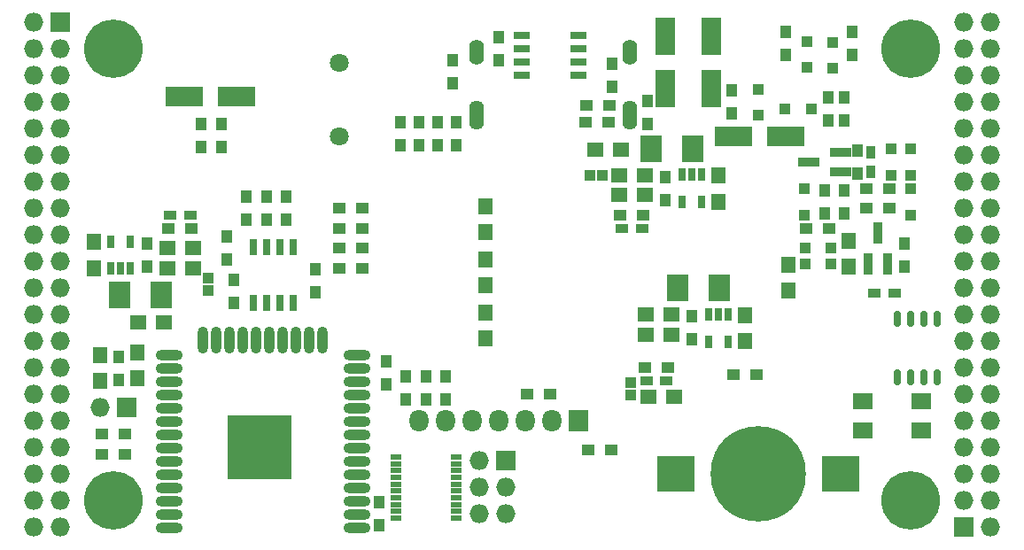
<source format=gbs>
G04 #@! TF.FileFunction,Soldermask,Bot*
%FSLAX46Y46*%
G04 Gerber Fmt 4.6, Leading zero omitted, Abs format (unit mm)*
G04 Created by KiCad (PCBNEW 4.0.7+dfsg1-1) date Thu Oct 12 22:02:37 2017*
%MOMM*%
%LPD*%
G01*
G04 APERTURE LIST*
%ADD10C,0.100000*%
%ADD11R,1.100000X1.100000*%
%ADD12O,2.600000X1.000000*%
%ADD13O,1.000000X2.600000*%
%ADD14R,6.100000X6.100000*%
%ADD15R,1.900000X3.600000*%
%ADD16R,1.000000X1.300000*%
%ADD17R,2.100000X2.600000*%
%ADD18R,0.800000X1.300000*%
%ADD19R,1.350000X1.600000*%
%ADD20R,1.600000X1.350000*%
%ADD21O,0.709600X1.573200*%
%ADD22R,0.900000X2.000000*%
%ADD23R,2.000000X0.900000*%
%ADD24R,1.300000X0.850000*%
%ADD25R,0.850000X1.300000*%
%ADD26R,1.300000X1.000000*%
%ADD27R,0.700000X1.650000*%
%ADD28R,1.650000X0.700000*%
%ADD29R,1.827200X1.827200*%
%ADD30O,1.827200X1.827200*%
%ADD31C,5.600000*%
%ADD32R,1.100000X0.500000*%
%ADD33R,1.827200X2.132000*%
%ADD34O,1.827200X2.132000*%
%ADD35C,1.800000*%
%ADD36O,1.400000X2.800000*%
%ADD37O,1.400000X2.400000*%
%ADD38R,1.900000X1.500000*%
%ADD39R,3.600000X1.900000*%
%ADD40R,3.600000X3.400000*%
%ADD41C,9.100000*%
G04 APERTURE END LIST*
D10*
D11*
X152393000Y-97142000D03*
X152393000Y-98342000D03*
D12*
X126260434Y-111030338D03*
X126260434Y-109760338D03*
X126260434Y-108490338D03*
X126260434Y-107220338D03*
X126260434Y-105950338D03*
X126260434Y-104680338D03*
X126260434Y-103410338D03*
X126260434Y-102140338D03*
X126260434Y-100870338D03*
X126260434Y-99600338D03*
X126260434Y-98330338D03*
X126260434Y-97060338D03*
X126260434Y-95790338D03*
X126260434Y-94520338D03*
D13*
X122975434Y-93030338D03*
X121705434Y-93030338D03*
X120435434Y-93030338D03*
X119165434Y-93030338D03*
X117895434Y-93030338D03*
X116625434Y-93030338D03*
X115355434Y-93030338D03*
X114085434Y-93030338D03*
X112815434Y-93030338D03*
X111545434Y-93030338D03*
D12*
X108260434Y-94520338D03*
X108260434Y-95790338D03*
X108260434Y-97060338D03*
X108260434Y-98330338D03*
X108260434Y-99600338D03*
X108260434Y-100870338D03*
X108260434Y-102140338D03*
X108260434Y-103410338D03*
X108260434Y-104680338D03*
X108260434Y-105950338D03*
X108260434Y-107220338D03*
X108260434Y-108490338D03*
X108260434Y-109760338D03*
X108260434Y-111030338D03*
D14*
X116960434Y-103330338D03*
D15*
X155695000Y-69000000D03*
X155695000Y-64000000D03*
D16*
X154044000Y-72426000D03*
X154044000Y-70226000D03*
D17*
X160870000Y-88090000D03*
X156870000Y-88090000D03*
D18*
X159825000Y-90600000D03*
X160775000Y-90600000D03*
X161725000Y-90600000D03*
X161725000Y-93200000D03*
X159825000Y-93200000D03*
D17*
X158330000Y-74755000D03*
X154330000Y-74755000D03*
D18*
X157285000Y-77235000D03*
X158235000Y-77235000D03*
X159185000Y-77235000D03*
X159185000Y-79835000D03*
X157285000Y-79835000D03*
D17*
X103530000Y-88725000D03*
X107530000Y-88725000D03*
D18*
X104575000Y-86215000D03*
X103625000Y-86215000D03*
X102675000Y-86215000D03*
X102675000Y-83615000D03*
X104575000Y-83615000D03*
D19*
X101085000Y-83665000D03*
X101085000Y-86165000D03*
D20*
X153810000Y-90630000D03*
X156310000Y-90630000D03*
X153810000Y-92535000D03*
X156310000Y-92535000D03*
D19*
X163315000Y-93150000D03*
X163315000Y-90650000D03*
D20*
X151270000Y-79200000D03*
X153770000Y-79200000D03*
X151270000Y-77295000D03*
X153770000Y-77295000D03*
D19*
X160775000Y-79815000D03*
X160775000Y-77315000D03*
D20*
X110590000Y-84280000D03*
X108090000Y-84280000D03*
X110590000Y-86185000D03*
X108090000Y-86185000D03*
D21*
X181730000Y-96599000D03*
X180460000Y-96599000D03*
X179190000Y-96599000D03*
X177920000Y-96599000D03*
X177920000Y-91011000D03*
X179190000Y-91011000D03*
X180460000Y-91011000D03*
X181730000Y-91011000D03*
D19*
X173221000Y-86038000D03*
X173221000Y-83538000D03*
D22*
X176965000Y-85780000D03*
X175065000Y-85780000D03*
X176015000Y-82780000D03*
D23*
X172435000Y-75075000D03*
X172435000Y-76975000D03*
X169435000Y-76025000D03*
D24*
X153910000Y-96910000D03*
X155810000Y-96910000D03*
X151570000Y-82375000D03*
X153470000Y-82375000D03*
X110290000Y-81105000D03*
X108390000Y-81105000D03*
D25*
X175380000Y-75075000D03*
X175380000Y-76975000D03*
D26*
X169200000Y-82375000D03*
X171400000Y-82375000D03*
D16*
X172840000Y-80935000D03*
X172840000Y-78735000D03*
D26*
X177115000Y-80470000D03*
X174915000Y-80470000D03*
D16*
X174110000Y-74925000D03*
X174110000Y-77125000D03*
X178555000Y-83815000D03*
X178555000Y-86015000D03*
X113785000Y-83180000D03*
X113785000Y-85380000D03*
X170935000Y-80935000D03*
X170935000Y-78735000D03*
X128390000Y-108580000D03*
X128390000Y-110780000D03*
D26*
X150572000Y-103584000D03*
X148372000Y-103584000D03*
X177115000Y-78565000D03*
X174915000Y-78565000D03*
X153760000Y-95640000D03*
X155960000Y-95640000D03*
X110440000Y-82375000D03*
X108240000Y-82375000D03*
X151420000Y-81105000D03*
X153620000Y-81105000D03*
D16*
X158235000Y-90800000D03*
X158235000Y-93000000D03*
X106165000Y-86015000D03*
X106165000Y-83815000D03*
X155695000Y-77465000D03*
X155695000Y-79665000D03*
D26*
X126782000Y-86185000D03*
X124582000Y-86185000D03*
X126782000Y-84279000D03*
X124582000Y-84279000D03*
X126782000Y-82375000D03*
X124582000Y-82375000D03*
X126782000Y-80470000D03*
X124582000Y-80470000D03*
D16*
X130422000Y-74458000D03*
X130422000Y-72258000D03*
X132200000Y-74458000D03*
X132200000Y-72258000D03*
X133978000Y-74458000D03*
X133978000Y-72258000D03*
X135756000Y-74458000D03*
X135756000Y-72258000D03*
D27*
X116325000Y-84120000D03*
X117595000Y-84120000D03*
X118865000Y-84120000D03*
X120135000Y-84120000D03*
X120135000Y-89520000D03*
X118865000Y-89520000D03*
X117595000Y-89520000D03*
X116325000Y-89520000D03*
D24*
X175700000Y-88598000D03*
X177600000Y-88598000D03*
D28*
X141980000Y-67705000D03*
X141980000Y-66435000D03*
X141980000Y-65165000D03*
X141980000Y-63895000D03*
X147380000Y-63895000D03*
X147380000Y-65165000D03*
X147380000Y-66435000D03*
X147380000Y-67705000D03*
D29*
X97910000Y-62690000D03*
D30*
X95370000Y-62690000D03*
X97910000Y-65230000D03*
X95370000Y-65230000D03*
X97910000Y-67770000D03*
X95370000Y-67770000D03*
X97910000Y-70310000D03*
X95370000Y-70310000D03*
X97910000Y-72850000D03*
X95370000Y-72850000D03*
X97910000Y-75390000D03*
X95370000Y-75390000D03*
X97910000Y-77930000D03*
X95370000Y-77930000D03*
X97910000Y-80470000D03*
X95370000Y-80470000D03*
X97910000Y-83010000D03*
X95370000Y-83010000D03*
X97910000Y-85550000D03*
X95370000Y-85550000D03*
X97910000Y-88090000D03*
X95370000Y-88090000D03*
X97910000Y-90630000D03*
X95370000Y-90630000D03*
X97910000Y-93170000D03*
X95370000Y-93170000D03*
X97910000Y-95710000D03*
X95370000Y-95710000D03*
X97910000Y-98250000D03*
X95370000Y-98250000D03*
X97910000Y-100790000D03*
X95370000Y-100790000D03*
X97910000Y-103330000D03*
X95370000Y-103330000D03*
X97910000Y-105870000D03*
X95370000Y-105870000D03*
X97910000Y-108410000D03*
X95370000Y-108410000D03*
X97910000Y-110950000D03*
X95370000Y-110950000D03*
D29*
X184270000Y-110950000D03*
D30*
X186810000Y-110950000D03*
X184270000Y-108410000D03*
X186810000Y-108410000D03*
X184270000Y-105870000D03*
X186810000Y-105870000D03*
X184270000Y-103330000D03*
X186810000Y-103330000D03*
X184270000Y-100790000D03*
X186810000Y-100790000D03*
X184270000Y-98250000D03*
X186810000Y-98250000D03*
X184270000Y-95710000D03*
X186810000Y-95710000D03*
X184270000Y-93170000D03*
X186810000Y-93170000D03*
X184270000Y-90630000D03*
X186810000Y-90630000D03*
X184270000Y-88090000D03*
X186810000Y-88090000D03*
X184270000Y-85550000D03*
X186810000Y-85550000D03*
X184270000Y-83010000D03*
X186810000Y-83010000D03*
X184270000Y-80470000D03*
X186810000Y-80470000D03*
X184270000Y-77930000D03*
X186810000Y-77930000D03*
X184270000Y-75390000D03*
X186810000Y-75390000D03*
X184270000Y-72850000D03*
X186810000Y-72850000D03*
X184270000Y-70310000D03*
X186810000Y-70310000D03*
X184270000Y-67770000D03*
X186810000Y-67770000D03*
X184270000Y-65230000D03*
X186810000Y-65230000D03*
X184270000Y-62690000D03*
X186810000Y-62690000D03*
D31*
X102990000Y-108410000D03*
X179190000Y-108410000D03*
X179190000Y-65230000D03*
X102990000Y-65230000D03*
D16*
X162045000Y-71410000D03*
X162045000Y-69210000D03*
X139820000Y-66330000D03*
X139820000Y-64130000D03*
X135375000Y-68532000D03*
X135375000Y-66332000D03*
X150615000Y-68870000D03*
X150615000Y-66670000D03*
D26*
X150275000Y-72215000D03*
X148075000Y-72215000D03*
X150380000Y-70600000D03*
X148180000Y-70600000D03*
D32*
X135735000Y-104215000D03*
X135735000Y-104865000D03*
X135735000Y-105515000D03*
X135735000Y-106165000D03*
X135735000Y-106815000D03*
X135735000Y-107465000D03*
X135735000Y-108115000D03*
X135735000Y-108765000D03*
X135735000Y-109415000D03*
X135735000Y-110065000D03*
X129935000Y-110065000D03*
X129935000Y-109415000D03*
X129935000Y-108765000D03*
X129935000Y-108115000D03*
X129935000Y-107465000D03*
X129935000Y-106815000D03*
X129935000Y-106165000D03*
X129935000Y-105515000D03*
X129935000Y-104865000D03*
X129935000Y-104215000D03*
D16*
X119500000Y-79370000D03*
X119500000Y-81570000D03*
X114480000Y-89500000D03*
X114480000Y-87300000D03*
X129025000Y-97275000D03*
X129025000Y-95075000D03*
X117595000Y-79370000D03*
X117595000Y-81570000D03*
X122280000Y-86300000D03*
X122280000Y-88500000D03*
X115690000Y-79370000D03*
X115690000Y-81570000D03*
D26*
X144730000Y-98250000D03*
X142530000Y-98250000D03*
D16*
X132835000Y-98715000D03*
X132835000Y-96515000D03*
X130930000Y-98715000D03*
X130930000Y-96515000D03*
D26*
X101890000Y-103965000D03*
X104090000Y-103965000D03*
D29*
X104260000Y-99520000D03*
D30*
X101720000Y-99520000D03*
D26*
X101890000Y-102060000D03*
X104090000Y-102060000D03*
D16*
X103498000Y-96894000D03*
X103498000Y-94694000D03*
D19*
X167506000Y-88324000D03*
X167506000Y-85824000D03*
D26*
X164415000Y-96345000D03*
X162215000Y-96345000D03*
D16*
X167252000Y-65822000D03*
X167252000Y-63622000D03*
D29*
X140455000Y-104600000D03*
D30*
X137915000Y-104600000D03*
X140455000Y-107140000D03*
X137915000Y-107140000D03*
X140455000Y-109680000D03*
X137915000Y-109680000D03*
D19*
X138550000Y-90396000D03*
X138550000Y-92896000D03*
X138550000Y-82736000D03*
X138550000Y-80236000D03*
X138550000Y-85316000D03*
X138550000Y-87816000D03*
X101720000Y-94460000D03*
X101720000Y-96960000D03*
D16*
X113277000Y-74585000D03*
X113277000Y-72385000D03*
X111372000Y-74585000D03*
X111372000Y-72385000D03*
X172840000Y-72045000D03*
X172840000Y-69845000D03*
X171316000Y-72045000D03*
X171316000Y-69845000D03*
D33*
X147440000Y-100790000D03*
D34*
X144900000Y-100790000D03*
X142360000Y-100790000D03*
X139820000Y-100790000D03*
X137280000Y-100790000D03*
X134740000Y-100790000D03*
X132200000Y-100790000D03*
D35*
X124580000Y-66540000D03*
X124580000Y-73540000D03*
D36*
X152280000Y-71550000D03*
X137680000Y-71550000D03*
D37*
X137680000Y-65500000D03*
X152280000Y-65500000D03*
D38*
X180212000Y-98882000D03*
X174612000Y-98882000D03*
X174612000Y-101682000D03*
X180212000Y-101682000D03*
D19*
X105276000Y-96706000D03*
X105276000Y-94206000D03*
D39*
X109761000Y-69802000D03*
X114761000Y-69802000D03*
X167212000Y-73612000D03*
X162212000Y-73612000D03*
D15*
X160140000Y-64000000D03*
X160140000Y-69000000D03*
D20*
X154064000Y-98504000D03*
X156564000Y-98504000D03*
X107796000Y-91392000D03*
X105296000Y-91392000D03*
X151484000Y-74882000D03*
X148984000Y-74882000D03*
D16*
X173602000Y-65822000D03*
X173602000Y-63622000D03*
X134740000Y-96515000D03*
X134740000Y-98715000D03*
D40*
X172485000Y-105870000D03*
X156685000Y-105870000D03*
D41*
X164585000Y-105870000D03*
D11*
X169284000Y-66988000D03*
X169284000Y-64488000D03*
X171697000Y-67081000D03*
X171697000Y-64581000D03*
X169050000Y-84280000D03*
X171550000Y-84280000D03*
X179190000Y-81085000D03*
X179190000Y-78585000D03*
X169030000Y-81085000D03*
X169030000Y-78585000D03*
X171550000Y-85804000D03*
X169050000Y-85804000D03*
X179190000Y-77275000D03*
X179190000Y-74775000D03*
X177285000Y-74775000D03*
X177285000Y-77275000D03*
X167145000Y-70945000D03*
X169645000Y-70945000D03*
X164585000Y-69060000D03*
X164585000Y-71560000D03*
X112007000Y-87109000D03*
X112007000Y-88309000D03*
X149691000Y-77295000D03*
X148491000Y-77295000D03*
M02*

</source>
